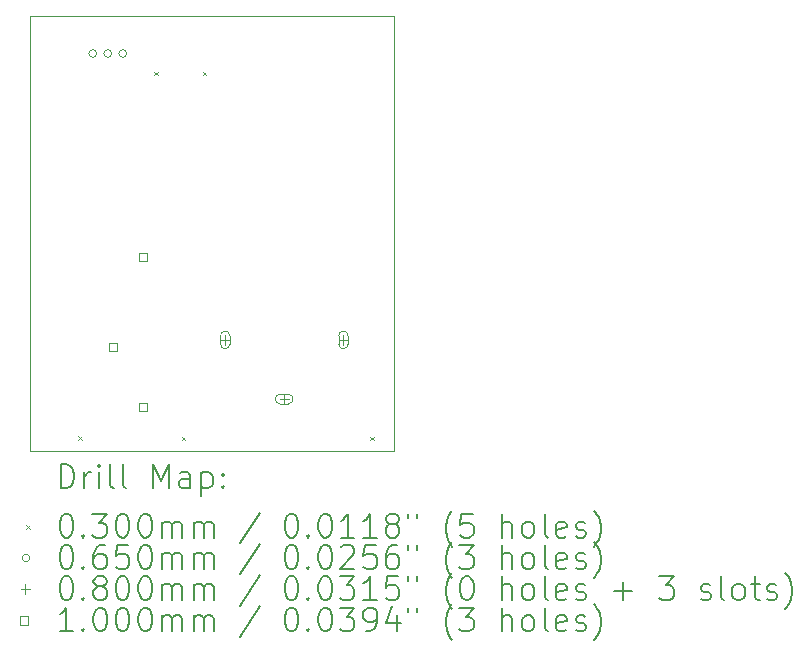
<source format=gbr>
%TF.GenerationSoftware,KiCad,Pcbnew,8.0.4-1.fc40*%
%TF.CreationDate,2024-08-27T20:57:50+02:00*%
%TF.ProjectId,ATU100 Alc interface,41545531-3030-4204-916c-6320696e7465,rev?*%
%TF.SameCoordinates,Original*%
%TF.FileFunction,Drillmap*%
%TF.FilePolarity,Positive*%
%FSLAX45Y45*%
G04 Gerber Fmt 4.5, Leading zero omitted, Abs format (unit mm)*
G04 Created by KiCad (PCBNEW 8.0.4-1.fc40) date 2024-08-27 20:57:50*
%MOMM*%
%LPD*%
G01*
G04 APERTURE LIST*
%ADD10C,0.050000*%
%ADD11C,0.200000*%
%ADD12C,0.100000*%
G04 APERTURE END LIST*
D10*
X8200000Y-9630000D02*
X11275000Y-9630000D01*
X11275000Y-13315000D01*
X8200000Y-13315000D01*
X8200000Y-9630000D01*
D11*
D12*
X8605000Y-13190000D02*
X8635000Y-13220000D01*
X8635000Y-13190000D02*
X8605000Y-13220000D01*
X9250000Y-10105000D02*
X9280000Y-10135000D01*
X9280000Y-10105000D02*
X9250000Y-10135000D01*
X9480000Y-13195000D02*
X9510000Y-13225000D01*
X9510000Y-13195000D02*
X9480000Y-13225000D01*
X9660000Y-10105000D02*
X9690000Y-10135000D01*
X9690000Y-10105000D02*
X9660000Y-10135000D01*
X11080000Y-13195000D02*
X11110000Y-13225000D01*
X11110000Y-13195000D02*
X11080000Y-13225000D01*
X8760500Y-9950000D02*
G75*
G02*
X8695500Y-9950000I-32500J0D01*
G01*
X8695500Y-9950000D02*
G75*
G02*
X8760500Y-9950000I32500J0D01*
G01*
X8887500Y-9950000D02*
G75*
G02*
X8822500Y-9950000I-32500J0D01*
G01*
X8822500Y-9950000D02*
G75*
G02*
X8887500Y-9950000I32500J0D01*
G01*
X9014500Y-9950000D02*
G75*
G02*
X8949500Y-9950000I-32500J0D01*
G01*
X8949500Y-9950000D02*
G75*
G02*
X9014500Y-9950000I32500J0D01*
G01*
X9850000Y-12335000D02*
X9850000Y-12415000D01*
X9810000Y-12375000D02*
X9890000Y-12375000D01*
X9810000Y-12340000D02*
X9810000Y-12410000D01*
X9890000Y-12410000D02*
G75*
G02*
X9810000Y-12410000I-40000J0D01*
G01*
X9890000Y-12410000D02*
X9890000Y-12340000D01*
X9890000Y-12340000D02*
G75*
G03*
X9810000Y-12340000I-40000J0D01*
G01*
X10350000Y-12835000D02*
X10350000Y-12915000D01*
X10310000Y-12875000D02*
X10390000Y-12875000D01*
X10315000Y-12915000D02*
X10385000Y-12915000D01*
X10385000Y-12835000D02*
G75*
G02*
X10385000Y-12915000I0J-40000D01*
G01*
X10385000Y-12835000D02*
X10315000Y-12835000D01*
X10315000Y-12835000D02*
G75*
G03*
X10315000Y-12915000I0J-40000D01*
G01*
X10850000Y-12335000D02*
X10850000Y-12415000D01*
X10810000Y-12375000D02*
X10890000Y-12375000D01*
X10810000Y-12340000D02*
X10810000Y-12410000D01*
X10890000Y-12410000D02*
G75*
G02*
X10810000Y-12410000I-40000J0D01*
G01*
X10890000Y-12410000D02*
X10890000Y-12340000D01*
X10890000Y-12340000D02*
G75*
G03*
X10810000Y-12340000I-40000J0D01*
G01*
X8936356Y-12472356D02*
X8936356Y-12401644D01*
X8865644Y-12401644D01*
X8865644Y-12472356D01*
X8936356Y-12472356D01*
X9190356Y-11710356D02*
X9190356Y-11639644D01*
X9119644Y-11639644D01*
X9119644Y-11710356D01*
X9190356Y-11710356D01*
X9190356Y-12980356D02*
X9190356Y-12909644D01*
X9119644Y-12909644D01*
X9119644Y-12980356D01*
X9190356Y-12980356D01*
D11*
X8458277Y-13628984D02*
X8458277Y-13428984D01*
X8458277Y-13428984D02*
X8505896Y-13428984D01*
X8505896Y-13428984D02*
X8534467Y-13438508D01*
X8534467Y-13438508D02*
X8553515Y-13457555D01*
X8553515Y-13457555D02*
X8563039Y-13476603D01*
X8563039Y-13476603D02*
X8572563Y-13514698D01*
X8572563Y-13514698D02*
X8572563Y-13543269D01*
X8572563Y-13543269D02*
X8563039Y-13581365D01*
X8563039Y-13581365D02*
X8553515Y-13600412D01*
X8553515Y-13600412D02*
X8534467Y-13619460D01*
X8534467Y-13619460D02*
X8505896Y-13628984D01*
X8505896Y-13628984D02*
X8458277Y-13628984D01*
X8658277Y-13628984D02*
X8658277Y-13495650D01*
X8658277Y-13533746D02*
X8667801Y-13514698D01*
X8667801Y-13514698D02*
X8677324Y-13505174D01*
X8677324Y-13505174D02*
X8696372Y-13495650D01*
X8696372Y-13495650D02*
X8715420Y-13495650D01*
X8782086Y-13628984D02*
X8782086Y-13495650D01*
X8782086Y-13428984D02*
X8772563Y-13438508D01*
X8772563Y-13438508D02*
X8782086Y-13448031D01*
X8782086Y-13448031D02*
X8791610Y-13438508D01*
X8791610Y-13438508D02*
X8782086Y-13428984D01*
X8782086Y-13428984D02*
X8782086Y-13448031D01*
X8905896Y-13628984D02*
X8886848Y-13619460D01*
X8886848Y-13619460D02*
X8877324Y-13600412D01*
X8877324Y-13600412D02*
X8877324Y-13428984D01*
X9010658Y-13628984D02*
X8991610Y-13619460D01*
X8991610Y-13619460D02*
X8982086Y-13600412D01*
X8982086Y-13600412D02*
X8982086Y-13428984D01*
X9239229Y-13628984D02*
X9239229Y-13428984D01*
X9239229Y-13428984D02*
X9305896Y-13571841D01*
X9305896Y-13571841D02*
X9372563Y-13428984D01*
X9372563Y-13428984D02*
X9372563Y-13628984D01*
X9553515Y-13628984D02*
X9553515Y-13524222D01*
X9553515Y-13524222D02*
X9543991Y-13505174D01*
X9543991Y-13505174D02*
X9524944Y-13495650D01*
X9524944Y-13495650D02*
X9486848Y-13495650D01*
X9486848Y-13495650D02*
X9467801Y-13505174D01*
X9553515Y-13619460D02*
X9534467Y-13628984D01*
X9534467Y-13628984D02*
X9486848Y-13628984D01*
X9486848Y-13628984D02*
X9467801Y-13619460D01*
X9467801Y-13619460D02*
X9458277Y-13600412D01*
X9458277Y-13600412D02*
X9458277Y-13581365D01*
X9458277Y-13581365D02*
X9467801Y-13562317D01*
X9467801Y-13562317D02*
X9486848Y-13552793D01*
X9486848Y-13552793D02*
X9534467Y-13552793D01*
X9534467Y-13552793D02*
X9553515Y-13543269D01*
X9648753Y-13495650D02*
X9648753Y-13695650D01*
X9648753Y-13505174D02*
X9667801Y-13495650D01*
X9667801Y-13495650D02*
X9705896Y-13495650D01*
X9705896Y-13495650D02*
X9724944Y-13505174D01*
X9724944Y-13505174D02*
X9734467Y-13514698D01*
X9734467Y-13514698D02*
X9743991Y-13533746D01*
X9743991Y-13533746D02*
X9743991Y-13590888D01*
X9743991Y-13590888D02*
X9734467Y-13609936D01*
X9734467Y-13609936D02*
X9724944Y-13619460D01*
X9724944Y-13619460D02*
X9705896Y-13628984D01*
X9705896Y-13628984D02*
X9667801Y-13628984D01*
X9667801Y-13628984D02*
X9648753Y-13619460D01*
X9829705Y-13609936D02*
X9839229Y-13619460D01*
X9839229Y-13619460D02*
X9829705Y-13628984D01*
X9829705Y-13628984D02*
X9820182Y-13619460D01*
X9820182Y-13619460D02*
X9829705Y-13609936D01*
X9829705Y-13609936D02*
X9829705Y-13628984D01*
X9829705Y-13505174D02*
X9839229Y-13514698D01*
X9839229Y-13514698D02*
X9829705Y-13524222D01*
X9829705Y-13524222D02*
X9820182Y-13514698D01*
X9820182Y-13514698D02*
X9829705Y-13505174D01*
X9829705Y-13505174D02*
X9829705Y-13524222D01*
D12*
X8167500Y-13942500D02*
X8197500Y-13972500D01*
X8197500Y-13942500D02*
X8167500Y-13972500D01*
D11*
X8496372Y-13848984D02*
X8515420Y-13848984D01*
X8515420Y-13848984D02*
X8534467Y-13858508D01*
X8534467Y-13858508D02*
X8543991Y-13868031D01*
X8543991Y-13868031D02*
X8553515Y-13887079D01*
X8553515Y-13887079D02*
X8563039Y-13925174D01*
X8563039Y-13925174D02*
X8563039Y-13972793D01*
X8563039Y-13972793D02*
X8553515Y-14010888D01*
X8553515Y-14010888D02*
X8543991Y-14029936D01*
X8543991Y-14029936D02*
X8534467Y-14039460D01*
X8534467Y-14039460D02*
X8515420Y-14048984D01*
X8515420Y-14048984D02*
X8496372Y-14048984D01*
X8496372Y-14048984D02*
X8477324Y-14039460D01*
X8477324Y-14039460D02*
X8467801Y-14029936D01*
X8467801Y-14029936D02*
X8458277Y-14010888D01*
X8458277Y-14010888D02*
X8448753Y-13972793D01*
X8448753Y-13972793D02*
X8448753Y-13925174D01*
X8448753Y-13925174D02*
X8458277Y-13887079D01*
X8458277Y-13887079D02*
X8467801Y-13868031D01*
X8467801Y-13868031D02*
X8477324Y-13858508D01*
X8477324Y-13858508D02*
X8496372Y-13848984D01*
X8648753Y-14029936D02*
X8658277Y-14039460D01*
X8658277Y-14039460D02*
X8648753Y-14048984D01*
X8648753Y-14048984D02*
X8639229Y-14039460D01*
X8639229Y-14039460D02*
X8648753Y-14029936D01*
X8648753Y-14029936D02*
X8648753Y-14048984D01*
X8724944Y-13848984D02*
X8848753Y-13848984D01*
X8848753Y-13848984D02*
X8782086Y-13925174D01*
X8782086Y-13925174D02*
X8810658Y-13925174D01*
X8810658Y-13925174D02*
X8829705Y-13934698D01*
X8829705Y-13934698D02*
X8839229Y-13944222D01*
X8839229Y-13944222D02*
X8848753Y-13963269D01*
X8848753Y-13963269D02*
X8848753Y-14010888D01*
X8848753Y-14010888D02*
X8839229Y-14029936D01*
X8839229Y-14029936D02*
X8829705Y-14039460D01*
X8829705Y-14039460D02*
X8810658Y-14048984D01*
X8810658Y-14048984D02*
X8753515Y-14048984D01*
X8753515Y-14048984D02*
X8734467Y-14039460D01*
X8734467Y-14039460D02*
X8724944Y-14029936D01*
X8972563Y-13848984D02*
X8991610Y-13848984D01*
X8991610Y-13848984D02*
X9010658Y-13858508D01*
X9010658Y-13858508D02*
X9020182Y-13868031D01*
X9020182Y-13868031D02*
X9029705Y-13887079D01*
X9029705Y-13887079D02*
X9039229Y-13925174D01*
X9039229Y-13925174D02*
X9039229Y-13972793D01*
X9039229Y-13972793D02*
X9029705Y-14010888D01*
X9029705Y-14010888D02*
X9020182Y-14029936D01*
X9020182Y-14029936D02*
X9010658Y-14039460D01*
X9010658Y-14039460D02*
X8991610Y-14048984D01*
X8991610Y-14048984D02*
X8972563Y-14048984D01*
X8972563Y-14048984D02*
X8953515Y-14039460D01*
X8953515Y-14039460D02*
X8943991Y-14029936D01*
X8943991Y-14029936D02*
X8934467Y-14010888D01*
X8934467Y-14010888D02*
X8924944Y-13972793D01*
X8924944Y-13972793D02*
X8924944Y-13925174D01*
X8924944Y-13925174D02*
X8934467Y-13887079D01*
X8934467Y-13887079D02*
X8943991Y-13868031D01*
X8943991Y-13868031D02*
X8953515Y-13858508D01*
X8953515Y-13858508D02*
X8972563Y-13848984D01*
X9163039Y-13848984D02*
X9182086Y-13848984D01*
X9182086Y-13848984D02*
X9201134Y-13858508D01*
X9201134Y-13858508D02*
X9210658Y-13868031D01*
X9210658Y-13868031D02*
X9220182Y-13887079D01*
X9220182Y-13887079D02*
X9229705Y-13925174D01*
X9229705Y-13925174D02*
X9229705Y-13972793D01*
X9229705Y-13972793D02*
X9220182Y-14010888D01*
X9220182Y-14010888D02*
X9210658Y-14029936D01*
X9210658Y-14029936D02*
X9201134Y-14039460D01*
X9201134Y-14039460D02*
X9182086Y-14048984D01*
X9182086Y-14048984D02*
X9163039Y-14048984D01*
X9163039Y-14048984D02*
X9143991Y-14039460D01*
X9143991Y-14039460D02*
X9134467Y-14029936D01*
X9134467Y-14029936D02*
X9124944Y-14010888D01*
X9124944Y-14010888D02*
X9115420Y-13972793D01*
X9115420Y-13972793D02*
X9115420Y-13925174D01*
X9115420Y-13925174D02*
X9124944Y-13887079D01*
X9124944Y-13887079D02*
X9134467Y-13868031D01*
X9134467Y-13868031D02*
X9143991Y-13858508D01*
X9143991Y-13858508D02*
X9163039Y-13848984D01*
X9315420Y-14048984D02*
X9315420Y-13915650D01*
X9315420Y-13934698D02*
X9324944Y-13925174D01*
X9324944Y-13925174D02*
X9343991Y-13915650D01*
X9343991Y-13915650D02*
X9372563Y-13915650D01*
X9372563Y-13915650D02*
X9391610Y-13925174D01*
X9391610Y-13925174D02*
X9401134Y-13944222D01*
X9401134Y-13944222D02*
X9401134Y-14048984D01*
X9401134Y-13944222D02*
X9410658Y-13925174D01*
X9410658Y-13925174D02*
X9429705Y-13915650D01*
X9429705Y-13915650D02*
X9458277Y-13915650D01*
X9458277Y-13915650D02*
X9477325Y-13925174D01*
X9477325Y-13925174D02*
X9486848Y-13944222D01*
X9486848Y-13944222D02*
X9486848Y-14048984D01*
X9582086Y-14048984D02*
X9582086Y-13915650D01*
X9582086Y-13934698D02*
X9591610Y-13925174D01*
X9591610Y-13925174D02*
X9610658Y-13915650D01*
X9610658Y-13915650D02*
X9639229Y-13915650D01*
X9639229Y-13915650D02*
X9658277Y-13925174D01*
X9658277Y-13925174D02*
X9667801Y-13944222D01*
X9667801Y-13944222D02*
X9667801Y-14048984D01*
X9667801Y-13944222D02*
X9677325Y-13925174D01*
X9677325Y-13925174D02*
X9696372Y-13915650D01*
X9696372Y-13915650D02*
X9724944Y-13915650D01*
X9724944Y-13915650D02*
X9743991Y-13925174D01*
X9743991Y-13925174D02*
X9753515Y-13944222D01*
X9753515Y-13944222D02*
X9753515Y-14048984D01*
X10143991Y-13839460D02*
X9972563Y-14096603D01*
X10401134Y-13848984D02*
X10420182Y-13848984D01*
X10420182Y-13848984D02*
X10439229Y-13858508D01*
X10439229Y-13858508D02*
X10448753Y-13868031D01*
X10448753Y-13868031D02*
X10458277Y-13887079D01*
X10458277Y-13887079D02*
X10467801Y-13925174D01*
X10467801Y-13925174D02*
X10467801Y-13972793D01*
X10467801Y-13972793D02*
X10458277Y-14010888D01*
X10458277Y-14010888D02*
X10448753Y-14029936D01*
X10448753Y-14029936D02*
X10439229Y-14039460D01*
X10439229Y-14039460D02*
X10420182Y-14048984D01*
X10420182Y-14048984D02*
X10401134Y-14048984D01*
X10401134Y-14048984D02*
X10382087Y-14039460D01*
X10382087Y-14039460D02*
X10372563Y-14029936D01*
X10372563Y-14029936D02*
X10363039Y-14010888D01*
X10363039Y-14010888D02*
X10353515Y-13972793D01*
X10353515Y-13972793D02*
X10353515Y-13925174D01*
X10353515Y-13925174D02*
X10363039Y-13887079D01*
X10363039Y-13887079D02*
X10372563Y-13868031D01*
X10372563Y-13868031D02*
X10382087Y-13858508D01*
X10382087Y-13858508D02*
X10401134Y-13848984D01*
X10553515Y-14029936D02*
X10563039Y-14039460D01*
X10563039Y-14039460D02*
X10553515Y-14048984D01*
X10553515Y-14048984D02*
X10543991Y-14039460D01*
X10543991Y-14039460D02*
X10553515Y-14029936D01*
X10553515Y-14029936D02*
X10553515Y-14048984D01*
X10686848Y-13848984D02*
X10705896Y-13848984D01*
X10705896Y-13848984D02*
X10724944Y-13858508D01*
X10724944Y-13858508D02*
X10734468Y-13868031D01*
X10734468Y-13868031D02*
X10743991Y-13887079D01*
X10743991Y-13887079D02*
X10753515Y-13925174D01*
X10753515Y-13925174D02*
X10753515Y-13972793D01*
X10753515Y-13972793D02*
X10743991Y-14010888D01*
X10743991Y-14010888D02*
X10734468Y-14029936D01*
X10734468Y-14029936D02*
X10724944Y-14039460D01*
X10724944Y-14039460D02*
X10705896Y-14048984D01*
X10705896Y-14048984D02*
X10686848Y-14048984D01*
X10686848Y-14048984D02*
X10667801Y-14039460D01*
X10667801Y-14039460D02*
X10658277Y-14029936D01*
X10658277Y-14029936D02*
X10648753Y-14010888D01*
X10648753Y-14010888D02*
X10639229Y-13972793D01*
X10639229Y-13972793D02*
X10639229Y-13925174D01*
X10639229Y-13925174D02*
X10648753Y-13887079D01*
X10648753Y-13887079D02*
X10658277Y-13868031D01*
X10658277Y-13868031D02*
X10667801Y-13858508D01*
X10667801Y-13858508D02*
X10686848Y-13848984D01*
X10943991Y-14048984D02*
X10829706Y-14048984D01*
X10886848Y-14048984D02*
X10886848Y-13848984D01*
X10886848Y-13848984D02*
X10867801Y-13877555D01*
X10867801Y-13877555D02*
X10848753Y-13896603D01*
X10848753Y-13896603D02*
X10829706Y-13906127D01*
X11134468Y-14048984D02*
X11020182Y-14048984D01*
X11077325Y-14048984D02*
X11077325Y-13848984D01*
X11077325Y-13848984D02*
X11058277Y-13877555D01*
X11058277Y-13877555D02*
X11039229Y-13896603D01*
X11039229Y-13896603D02*
X11020182Y-13906127D01*
X11248753Y-13934698D02*
X11229706Y-13925174D01*
X11229706Y-13925174D02*
X11220182Y-13915650D01*
X11220182Y-13915650D02*
X11210658Y-13896603D01*
X11210658Y-13896603D02*
X11210658Y-13887079D01*
X11210658Y-13887079D02*
X11220182Y-13868031D01*
X11220182Y-13868031D02*
X11229706Y-13858508D01*
X11229706Y-13858508D02*
X11248753Y-13848984D01*
X11248753Y-13848984D02*
X11286848Y-13848984D01*
X11286848Y-13848984D02*
X11305896Y-13858508D01*
X11305896Y-13858508D02*
X11315420Y-13868031D01*
X11315420Y-13868031D02*
X11324944Y-13887079D01*
X11324944Y-13887079D02*
X11324944Y-13896603D01*
X11324944Y-13896603D02*
X11315420Y-13915650D01*
X11315420Y-13915650D02*
X11305896Y-13925174D01*
X11305896Y-13925174D02*
X11286848Y-13934698D01*
X11286848Y-13934698D02*
X11248753Y-13934698D01*
X11248753Y-13934698D02*
X11229706Y-13944222D01*
X11229706Y-13944222D02*
X11220182Y-13953746D01*
X11220182Y-13953746D02*
X11210658Y-13972793D01*
X11210658Y-13972793D02*
X11210658Y-14010888D01*
X11210658Y-14010888D02*
X11220182Y-14029936D01*
X11220182Y-14029936D02*
X11229706Y-14039460D01*
X11229706Y-14039460D02*
X11248753Y-14048984D01*
X11248753Y-14048984D02*
X11286848Y-14048984D01*
X11286848Y-14048984D02*
X11305896Y-14039460D01*
X11305896Y-14039460D02*
X11315420Y-14029936D01*
X11315420Y-14029936D02*
X11324944Y-14010888D01*
X11324944Y-14010888D02*
X11324944Y-13972793D01*
X11324944Y-13972793D02*
X11315420Y-13953746D01*
X11315420Y-13953746D02*
X11305896Y-13944222D01*
X11305896Y-13944222D02*
X11286848Y-13934698D01*
X11401134Y-13848984D02*
X11401134Y-13887079D01*
X11477325Y-13848984D02*
X11477325Y-13887079D01*
X11772563Y-14125174D02*
X11763039Y-14115650D01*
X11763039Y-14115650D02*
X11743991Y-14087079D01*
X11743991Y-14087079D02*
X11734468Y-14068031D01*
X11734468Y-14068031D02*
X11724944Y-14039460D01*
X11724944Y-14039460D02*
X11715420Y-13991841D01*
X11715420Y-13991841D02*
X11715420Y-13953746D01*
X11715420Y-13953746D02*
X11724944Y-13906127D01*
X11724944Y-13906127D02*
X11734468Y-13877555D01*
X11734468Y-13877555D02*
X11743991Y-13858508D01*
X11743991Y-13858508D02*
X11763039Y-13829936D01*
X11763039Y-13829936D02*
X11772563Y-13820412D01*
X11943991Y-13848984D02*
X11848753Y-13848984D01*
X11848753Y-13848984D02*
X11839229Y-13944222D01*
X11839229Y-13944222D02*
X11848753Y-13934698D01*
X11848753Y-13934698D02*
X11867801Y-13925174D01*
X11867801Y-13925174D02*
X11915420Y-13925174D01*
X11915420Y-13925174D02*
X11934468Y-13934698D01*
X11934468Y-13934698D02*
X11943991Y-13944222D01*
X11943991Y-13944222D02*
X11953515Y-13963269D01*
X11953515Y-13963269D02*
X11953515Y-14010888D01*
X11953515Y-14010888D02*
X11943991Y-14029936D01*
X11943991Y-14029936D02*
X11934468Y-14039460D01*
X11934468Y-14039460D02*
X11915420Y-14048984D01*
X11915420Y-14048984D02*
X11867801Y-14048984D01*
X11867801Y-14048984D02*
X11848753Y-14039460D01*
X11848753Y-14039460D02*
X11839229Y-14029936D01*
X12191610Y-14048984D02*
X12191610Y-13848984D01*
X12277325Y-14048984D02*
X12277325Y-13944222D01*
X12277325Y-13944222D02*
X12267801Y-13925174D01*
X12267801Y-13925174D02*
X12248753Y-13915650D01*
X12248753Y-13915650D02*
X12220182Y-13915650D01*
X12220182Y-13915650D02*
X12201134Y-13925174D01*
X12201134Y-13925174D02*
X12191610Y-13934698D01*
X12401134Y-14048984D02*
X12382087Y-14039460D01*
X12382087Y-14039460D02*
X12372563Y-14029936D01*
X12372563Y-14029936D02*
X12363039Y-14010888D01*
X12363039Y-14010888D02*
X12363039Y-13953746D01*
X12363039Y-13953746D02*
X12372563Y-13934698D01*
X12372563Y-13934698D02*
X12382087Y-13925174D01*
X12382087Y-13925174D02*
X12401134Y-13915650D01*
X12401134Y-13915650D02*
X12429706Y-13915650D01*
X12429706Y-13915650D02*
X12448753Y-13925174D01*
X12448753Y-13925174D02*
X12458277Y-13934698D01*
X12458277Y-13934698D02*
X12467801Y-13953746D01*
X12467801Y-13953746D02*
X12467801Y-14010888D01*
X12467801Y-14010888D02*
X12458277Y-14029936D01*
X12458277Y-14029936D02*
X12448753Y-14039460D01*
X12448753Y-14039460D02*
X12429706Y-14048984D01*
X12429706Y-14048984D02*
X12401134Y-14048984D01*
X12582087Y-14048984D02*
X12563039Y-14039460D01*
X12563039Y-14039460D02*
X12553515Y-14020412D01*
X12553515Y-14020412D02*
X12553515Y-13848984D01*
X12734468Y-14039460D02*
X12715420Y-14048984D01*
X12715420Y-14048984D02*
X12677325Y-14048984D01*
X12677325Y-14048984D02*
X12658277Y-14039460D01*
X12658277Y-14039460D02*
X12648753Y-14020412D01*
X12648753Y-14020412D02*
X12648753Y-13944222D01*
X12648753Y-13944222D02*
X12658277Y-13925174D01*
X12658277Y-13925174D02*
X12677325Y-13915650D01*
X12677325Y-13915650D02*
X12715420Y-13915650D01*
X12715420Y-13915650D02*
X12734468Y-13925174D01*
X12734468Y-13925174D02*
X12743991Y-13944222D01*
X12743991Y-13944222D02*
X12743991Y-13963269D01*
X12743991Y-13963269D02*
X12648753Y-13982317D01*
X12820182Y-14039460D02*
X12839230Y-14048984D01*
X12839230Y-14048984D02*
X12877325Y-14048984D01*
X12877325Y-14048984D02*
X12896372Y-14039460D01*
X12896372Y-14039460D02*
X12905896Y-14020412D01*
X12905896Y-14020412D02*
X12905896Y-14010888D01*
X12905896Y-14010888D02*
X12896372Y-13991841D01*
X12896372Y-13991841D02*
X12877325Y-13982317D01*
X12877325Y-13982317D02*
X12848753Y-13982317D01*
X12848753Y-13982317D02*
X12829706Y-13972793D01*
X12829706Y-13972793D02*
X12820182Y-13953746D01*
X12820182Y-13953746D02*
X12820182Y-13944222D01*
X12820182Y-13944222D02*
X12829706Y-13925174D01*
X12829706Y-13925174D02*
X12848753Y-13915650D01*
X12848753Y-13915650D02*
X12877325Y-13915650D01*
X12877325Y-13915650D02*
X12896372Y-13925174D01*
X12972563Y-14125174D02*
X12982087Y-14115650D01*
X12982087Y-14115650D02*
X13001134Y-14087079D01*
X13001134Y-14087079D02*
X13010658Y-14068031D01*
X13010658Y-14068031D02*
X13020182Y-14039460D01*
X13020182Y-14039460D02*
X13029706Y-13991841D01*
X13029706Y-13991841D02*
X13029706Y-13953746D01*
X13029706Y-13953746D02*
X13020182Y-13906127D01*
X13020182Y-13906127D02*
X13010658Y-13877555D01*
X13010658Y-13877555D02*
X13001134Y-13858508D01*
X13001134Y-13858508D02*
X12982087Y-13829936D01*
X12982087Y-13829936D02*
X12972563Y-13820412D01*
D12*
X8197500Y-14221500D02*
G75*
G02*
X8132500Y-14221500I-32500J0D01*
G01*
X8132500Y-14221500D02*
G75*
G02*
X8197500Y-14221500I32500J0D01*
G01*
D11*
X8496372Y-14112984D02*
X8515420Y-14112984D01*
X8515420Y-14112984D02*
X8534467Y-14122508D01*
X8534467Y-14122508D02*
X8543991Y-14132031D01*
X8543991Y-14132031D02*
X8553515Y-14151079D01*
X8553515Y-14151079D02*
X8563039Y-14189174D01*
X8563039Y-14189174D02*
X8563039Y-14236793D01*
X8563039Y-14236793D02*
X8553515Y-14274888D01*
X8553515Y-14274888D02*
X8543991Y-14293936D01*
X8543991Y-14293936D02*
X8534467Y-14303460D01*
X8534467Y-14303460D02*
X8515420Y-14312984D01*
X8515420Y-14312984D02*
X8496372Y-14312984D01*
X8496372Y-14312984D02*
X8477324Y-14303460D01*
X8477324Y-14303460D02*
X8467801Y-14293936D01*
X8467801Y-14293936D02*
X8458277Y-14274888D01*
X8458277Y-14274888D02*
X8448753Y-14236793D01*
X8448753Y-14236793D02*
X8448753Y-14189174D01*
X8448753Y-14189174D02*
X8458277Y-14151079D01*
X8458277Y-14151079D02*
X8467801Y-14132031D01*
X8467801Y-14132031D02*
X8477324Y-14122508D01*
X8477324Y-14122508D02*
X8496372Y-14112984D01*
X8648753Y-14293936D02*
X8658277Y-14303460D01*
X8658277Y-14303460D02*
X8648753Y-14312984D01*
X8648753Y-14312984D02*
X8639229Y-14303460D01*
X8639229Y-14303460D02*
X8648753Y-14293936D01*
X8648753Y-14293936D02*
X8648753Y-14312984D01*
X8829705Y-14112984D02*
X8791610Y-14112984D01*
X8791610Y-14112984D02*
X8772563Y-14122508D01*
X8772563Y-14122508D02*
X8763039Y-14132031D01*
X8763039Y-14132031D02*
X8743991Y-14160603D01*
X8743991Y-14160603D02*
X8734467Y-14198698D01*
X8734467Y-14198698D02*
X8734467Y-14274888D01*
X8734467Y-14274888D02*
X8743991Y-14293936D01*
X8743991Y-14293936D02*
X8753515Y-14303460D01*
X8753515Y-14303460D02*
X8772563Y-14312984D01*
X8772563Y-14312984D02*
X8810658Y-14312984D01*
X8810658Y-14312984D02*
X8829705Y-14303460D01*
X8829705Y-14303460D02*
X8839229Y-14293936D01*
X8839229Y-14293936D02*
X8848753Y-14274888D01*
X8848753Y-14274888D02*
X8848753Y-14227269D01*
X8848753Y-14227269D02*
X8839229Y-14208222D01*
X8839229Y-14208222D02*
X8829705Y-14198698D01*
X8829705Y-14198698D02*
X8810658Y-14189174D01*
X8810658Y-14189174D02*
X8772563Y-14189174D01*
X8772563Y-14189174D02*
X8753515Y-14198698D01*
X8753515Y-14198698D02*
X8743991Y-14208222D01*
X8743991Y-14208222D02*
X8734467Y-14227269D01*
X9029705Y-14112984D02*
X8934467Y-14112984D01*
X8934467Y-14112984D02*
X8924944Y-14208222D01*
X8924944Y-14208222D02*
X8934467Y-14198698D01*
X8934467Y-14198698D02*
X8953515Y-14189174D01*
X8953515Y-14189174D02*
X9001134Y-14189174D01*
X9001134Y-14189174D02*
X9020182Y-14198698D01*
X9020182Y-14198698D02*
X9029705Y-14208222D01*
X9029705Y-14208222D02*
X9039229Y-14227269D01*
X9039229Y-14227269D02*
X9039229Y-14274888D01*
X9039229Y-14274888D02*
X9029705Y-14293936D01*
X9029705Y-14293936D02*
X9020182Y-14303460D01*
X9020182Y-14303460D02*
X9001134Y-14312984D01*
X9001134Y-14312984D02*
X8953515Y-14312984D01*
X8953515Y-14312984D02*
X8934467Y-14303460D01*
X8934467Y-14303460D02*
X8924944Y-14293936D01*
X9163039Y-14112984D02*
X9182086Y-14112984D01*
X9182086Y-14112984D02*
X9201134Y-14122508D01*
X9201134Y-14122508D02*
X9210658Y-14132031D01*
X9210658Y-14132031D02*
X9220182Y-14151079D01*
X9220182Y-14151079D02*
X9229705Y-14189174D01*
X9229705Y-14189174D02*
X9229705Y-14236793D01*
X9229705Y-14236793D02*
X9220182Y-14274888D01*
X9220182Y-14274888D02*
X9210658Y-14293936D01*
X9210658Y-14293936D02*
X9201134Y-14303460D01*
X9201134Y-14303460D02*
X9182086Y-14312984D01*
X9182086Y-14312984D02*
X9163039Y-14312984D01*
X9163039Y-14312984D02*
X9143991Y-14303460D01*
X9143991Y-14303460D02*
X9134467Y-14293936D01*
X9134467Y-14293936D02*
X9124944Y-14274888D01*
X9124944Y-14274888D02*
X9115420Y-14236793D01*
X9115420Y-14236793D02*
X9115420Y-14189174D01*
X9115420Y-14189174D02*
X9124944Y-14151079D01*
X9124944Y-14151079D02*
X9134467Y-14132031D01*
X9134467Y-14132031D02*
X9143991Y-14122508D01*
X9143991Y-14122508D02*
X9163039Y-14112984D01*
X9315420Y-14312984D02*
X9315420Y-14179650D01*
X9315420Y-14198698D02*
X9324944Y-14189174D01*
X9324944Y-14189174D02*
X9343991Y-14179650D01*
X9343991Y-14179650D02*
X9372563Y-14179650D01*
X9372563Y-14179650D02*
X9391610Y-14189174D01*
X9391610Y-14189174D02*
X9401134Y-14208222D01*
X9401134Y-14208222D02*
X9401134Y-14312984D01*
X9401134Y-14208222D02*
X9410658Y-14189174D01*
X9410658Y-14189174D02*
X9429705Y-14179650D01*
X9429705Y-14179650D02*
X9458277Y-14179650D01*
X9458277Y-14179650D02*
X9477325Y-14189174D01*
X9477325Y-14189174D02*
X9486848Y-14208222D01*
X9486848Y-14208222D02*
X9486848Y-14312984D01*
X9582086Y-14312984D02*
X9582086Y-14179650D01*
X9582086Y-14198698D02*
X9591610Y-14189174D01*
X9591610Y-14189174D02*
X9610658Y-14179650D01*
X9610658Y-14179650D02*
X9639229Y-14179650D01*
X9639229Y-14179650D02*
X9658277Y-14189174D01*
X9658277Y-14189174D02*
X9667801Y-14208222D01*
X9667801Y-14208222D02*
X9667801Y-14312984D01*
X9667801Y-14208222D02*
X9677325Y-14189174D01*
X9677325Y-14189174D02*
X9696372Y-14179650D01*
X9696372Y-14179650D02*
X9724944Y-14179650D01*
X9724944Y-14179650D02*
X9743991Y-14189174D01*
X9743991Y-14189174D02*
X9753515Y-14208222D01*
X9753515Y-14208222D02*
X9753515Y-14312984D01*
X10143991Y-14103460D02*
X9972563Y-14360603D01*
X10401134Y-14112984D02*
X10420182Y-14112984D01*
X10420182Y-14112984D02*
X10439229Y-14122508D01*
X10439229Y-14122508D02*
X10448753Y-14132031D01*
X10448753Y-14132031D02*
X10458277Y-14151079D01*
X10458277Y-14151079D02*
X10467801Y-14189174D01*
X10467801Y-14189174D02*
X10467801Y-14236793D01*
X10467801Y-14236793D02*
X10458277Y-14274888D01*
X10458277Y-14274888D02*
X10448753Y-14293936D01*
X10448753Y-14293936D02*
X10439229Y-14303460D01*
X10439229Y-14303460D02*
X10420182Y-14312984D01*
X10420182Y-14312984D02*
X10401134Y-14312984D01*
X10401134Y-14312984D02*
X10382087Y-14303460D01*
X10382087Y-14303460D02*
X10372563Y-14293936D01*
X10372563Y-14293936D02*
X10363039Y-14274888D01*
X10363039Y-14274888D02*
X10353515Y-14236793D01*
X10353515Y-14236793D02*
X10353515Y-14189174D01*
X10353515Y-14189174D02*
X10363039Y-14151079D01*
X10363039Y-14151079D02*
X10372563Y-14132031D01*
X10372563Y-14132031D02*
X10382087Y-14122508D01*
X10382087Y-14122508D02*
X10401134Y-14112984D01*
X10553515Y-14293936D02*
X10563039Y-14303460D01*
X10563039Y-14303460D02*
X10553515Y-14312984D01*
X10553515Y-14312984D02*
X10543991Y-14303460D01*
X10543991Y-14303460D02*
X10553515Y-14293936D01*
X10553515Y-14293936D02*
X10553515Y-14312984D01*
X10686848Y-14112984D02*
X10705896Y-14112984D01*
X10705896Y-14112984D02*
X10724944Y-14122508D01*
X10724944Y-14122508D02*
X10734468Y-14132031D01*
X10734468Y-14132031D02*
X10743991Y-14151079D01*
X10743991Y-14151079D02*
X10753515Y-14189174D01*
X10753515Y-14189174D02*
X10753515Y-14236793D01*
X10753515Y-14236793D02*
X10743991Y-14274888D01*
X10743991Y-14274888D02*
X10734468Y-14293936D01*
X10734468Y-14293936D02*
X10724944Y-14303460D01*
X10724944Y-14303460D02*
X10705896Y-14312984D01*
X10705896Y-14312984D02*
X10686848Y-14312984D01*
X10686848Y-14312984D02*
X10667801Y-14303460D01*
X10667801Y-14303460D02*
X10658277Y-14293936D01*
X10658277Y-14293936D02*
X10648753Y-14274888D01*
X10648753Y-14274888D02*
X10639229Y-14236793D01*
X10639229Y-14236793D02*
X10639229Y-14189174D01*
X10639229Y-14189174D02*
X10648753Y-14151079D01*
X10648753Y-14151079D02*
X10658277Y-14132031D01*
X10658277Y-14132031D02*
X10667801Y-14122508D01*
X10667801Y-14122508D02*
X10686848Y-14112984D01*
X10829706Y-14132031D02*
X10839229Y-14122508D01*
X10839229Y-14122508D02*
X10858277Y-14112984D01*
X10858277Y-14112984D02*
X10905896Y-14112984D01*
X10905896Y-14112984D02*
X10924944Y-14122508D01*
X10924944Y-14122508D02*
X10934468Y-14132031D01*
X10934468Y-14132031D02*
X10943991Y-14151079D01*
X10943991Y-14151079D02*
X10943991Y-14170127D01*
X10943991Y-14170127D02*
X10934468Y-14198698D01*
X10934468Y-14198698D02*
X10820182Y-14312984D01*
X10820182Y-14312984D02*
X10943991Y-14312984D01*
X11124944Y-14112984D02*
X11029706Y-14112984D01*
X11029706Y-14112984D02*
X11020182Y-14208222D01*
X11020182Y-14208222D02*
X11029706Y-14198698D01*
X11029706Y-14198698D02*
X11048753Y-14189174D01*
X11048753Y-14189174D02*
X11096372Y-14189174D01*
X11096372Y-14189174D02*
X11115420Y-14198698D01*
X11115420Y-14198698D02*
X11124944Y-14208222D01*
X11124944Y-14208222D02*
X11134468Y-14227269D01*
X11134468Y-14227269D02*
X11134468Y-14274888D01*
X11134468Y-14274888D02*
X11124944Y-14293936D01*
X11124944Y-14293936D02*
X11115420Y-14303460D01*
X11115420Y-14303460D02*
X11096372Y-14312984D01*
X11096372Y-14312984D02*
X11048753Y-14312984D01*
X11048753Y-14312984D02*
X11029706Y-14303460D01*
X11029706Y-14303460D02*
X11020182Y-14293936D01*
X11305896Y-14112984D02*
X11267801Y-14112984D01*
X11267801Y-14112984D02*
X11248753Y-14122508D01*
X11248753Y-14122508D02*
X11239229Y-14132031D01*
X11239229Y-14132031D02*
X11220182Y-14160603D01*
X11220182Y-14160603D02*
X11210658Y-14198698D01*
X11210658Y-14198698D02*
X11210658Y-14274888D01*
X11210658Y-14274888D02*
X11220182Y-14293936D01*
X11220182Y-14293936D02*
X11229706Y-14303460D01*
X11229706Y-14303460D02*
X11248753Y-14312984D01*
X11248753Y-14312984D02*
X11286848Y-14312984D01*
X11286848Y-14312984D02*
X11305896Y-14303460D01*
X11305896Y-14303460D02*
X11315420Y-14293936D01*
X11315420Y-14293936D02*
X11324944Y-14274888D01*
X11324944Y-14274888D02*
X11324944Y-14227269D01*
X11324944Y-14227269D02*
X11315420Y-14208222D01*
X11315420Y-14208222D02*
X11305896Y-14198698D01*
X11305896Y-14198698D02*
X11286848Y-14189174D01*
X11286848Y-14189174D02*
X11248753Y-14189174D01*
X11248753Y-14189174D02*
X11229706Y-14198698D01*
X11229706Y-14198698D02*
X11220182Y-14208222D01*
X11220182Y-14208222D02*
X11210658Y-14227269D01*
X11401134Y-14112984D02*
X11401134Y-14151079D01*
X11477325Y-14112984D02*
X11477325Y-14151079D01*
X11772563Y-14389174D02*
X11763039Y-14379650D01*
X11763039Y-14379650D02*
X11743991Y-14351079D01*
X11743991Y-14351079D02*
X11734468Y-14332031D01*
X11734468Y-14332031D02*
X11724944Y-14303460D01*
X11724944Y-14303460D02*
X11715420Y-14255841D01*
X11715420Y-14255841D02*
X11715420Y-14217746D01*
X11715420Y-14217746D02*
X11724944Y-14170127D01*
X11724944Y-14170127D02*
X11734468Y-14141555D01*
X11734468Y-14141555D02*
X11743991Y-14122508D01*
X11743991Y-14122508D02*
X11763039Y-14093936D01*
X11763039Y-14093936D02*
X11772563Y-14084412D01*
X11829706Y-14112984D02*
X11953515Y-14112984D01*
X11953515Y-14112984D02*
X11886848Y-14189174D01*
X11886848Y-14189174D02*
X11915420Y-14189174D01*
X11915420Y-14189174D02*
X11934468Y-14198698D01*
X11934468Y-14198698D02*
X11943991Y-14208222D01*
X11943991Y-14208222D02*
X11953515Y-14227269D01*
X11953515Y-14227269D02*
X11953515Y-14274888D01*
X11953515Y-14274888D02*
X11943991Y-14293936D01*
X11943991Y-14293936D02*
X11934468Y-14303460D01*
X11934468Y-14303460D02*
X11915420Y-14312984D01*
X11915420Y-14312984D02*
X11858277Y-14312984D01*
X11858277Y-14312984D02*
X11839229Y-14303460D01*
X11839229Y-14303460D02*
X11829706Y-14293936D01*
X12191610Y-14312984D02*
X12191610Y-14112984D01*
X12277325Y-14312984D02*
X12277325Y-14208222D01*
X12277325Y-14208222D02*
X12267801Y-14189174D01*
X12267801Y-14189174D02*
X12248753Y-14179650D01*
X12248753Y-14179650D02*
X12220182Y-14179650D01*
X12220182Y-14179650D02*
X12201134Y-14189174D01*
X12201134Y-14189174D02*
X12191610Y-14198698D01*
X12401134Y-14312984D02*
X12382087Y-14303460D01*
X12382087Y-14303460D02*
X12372563Y-14293936D01*
X12372563Y-14293936D02*
X12363039Y-14274888D01*
X12363039Y-14274888D02*
X12363039Y-14217746D01*
X12363039Y-14217746D02*
X12372563Y-14198698D01*
X12372563Y-14198698D02*
X12382087Y-14189174D01*
X12382087Y-14189174D02*
X12401134Y-14179650D01*
X12401134Y-14179650D02*
X12429706Y-14179650D01*
X12429706Y-14179650D02*
X12448753Y-14189174D01*
X12448753Y-14189174D02*
X12458277Y-14198698D01*
X12458277Y-14198698D02*
X12467801Y-14217746D01*
X12467801Y-14217746D02*
X12467801Y-14274888D01*
X12467801Y-14274888D02*
X12458277Y-14293936D01*
X12458277Y-14293936D02*
X12448753Y-14303460D01*
X12448753Y-14303460D02*
X12429706Y-14312984D01*
X12429706Y-14312984D02*
X12401134Y-14312984D01*
X12582087Y-14312984D02*
X12563039Y-14303460D01*
X12563039Y-14303460D02*
X12553515Y-14284412D01*
X12553515Y-14284412D02*
X12553515Y-14112984D01*
X12734468Y-14303460D02*
X12715420Y-14312984D01*
X12715420Y-14312984D02*
X12677325Y-14312984D01*
X12677325Y-14312984D02*
X12658277Y-14303460D01*
X12658277Y-14303460D02*
X12648753Y-14284412D01*
X12648753Y-14284412D02*
X12648753Y-14208222D01*
X12648753Y-14208222D02*
X12658277Y-14189174D01*
X12658277Y-14189174D02*
X12677325Y-14179650D01*
X12677325Y-14179650D02*
X12715420Y-14179650D01*
X12715420Y-14179650D02*
X12734468Y-14189174D01*
X12734468Y-14189174D02*
X12743991Y-14208222D01*
X12743991Y-14208222D02*
X12743991Y-14227269D01*
X12743991Y-14227269D02*
X12648753Y-14246317D01*
X12820182Y-14303460D02*
X12839230Y-14312984D01*
X12839230Y-14312984D02*
X12877325Y-14312984D01*
X12877325Y-14312984D02*
X12896372Y-14303460D01*
X12896372Y-14303460D02*
X12905896Y-14284412D01*
X12905896Y-14284412D02*
X12905896Y-14274888D01*
X12905896Y-14274888D02*
X12896372Y-14255841D01*
X12896372Y-14255841D02*
X12877325Y-14246317D01*
X12877325Y-14246317D02*
X12848753Y-14246317D01*
X12848753Y-14246317D02*
X12829706Y-14236793D01*
X12829706Y-14236793D02*
X12820182Y-14217746D01*
X12820182Y-14217746D02*
X12820182Y-14208222D01*
X12820182Y-14208222D02*
X12829706Y-14189174D01*
X12829706Y-14189174D02*
X12848753Y-14179650D01*
X12848753Y-14179650D02*
X12877325Y-14179650D01*
X12877325Y-14179650D02*
X12896372Y-14189174D01*
X12972563Y-14389174D02*
X12982087Y-14379650D01*
X12982087Y-14379650D02*
X13001134Y-14351079D01*
X13001134Y-14351079D02*
X13010658Y-14332031D01*
X13010658Y-14332031D02*
X13020182Y-14303460D01*
X13020182Y-14303460D02*
X13029706Y-14255841D01*
X13029706Y-14255841D02*
X13029706Y-14217746D01*
X13029706Y-14217746D02*
X13020182Y-14170127D01*
X13020182Y-14170127D02*
X13010658Y-14141555D01*
X13010658Y-14141555D02*
X13001134Y-14122508D01*
X13001134Y-14122508D02*
X12982087Y-14093936D01*
X12982087Y-14093936D02*
X12972563Y-14084412D01*
D12*
X8157500Y-14445500D02*
X8157500Y-14525500D01*
X8117500Y-14485500D02*
X8197500Y-14485500D01*
D11*
X8496372Y-14376984D02*
X8515420Y-14376984D01*
X8515420Y-14376984D02*
X8534467Y-14386508D01*
X8534467Y-14386508D02*
X8543991Y-14396031D01*
X8543991Y-14396031D02*
X8553515Y-14415079D01*
X8553515Y-14415079D02*
X8563039Y-14453174D01*
X8563039Y-14453174D02*
X8563039Y-14500793D01*
X8563039Y-14500793D02*
X8553515Y-14538888D01*
X8553515Y-14538888D02*
X8543991Y-14557936D01*
X8543991Y-14557936D02*
X8534467Y-14567460D01*
X8534467Y-14567460D02*
X8515420Y-14576984D01*
X8515420Y-14576984D02*
X8496372Y-14576984D01*
X8496372Y-14576984D02*
X8477324Y-14567460D01*
X8477324Y-14567460D02*
X8467801Y-14557936D01*
X8467801Y-14557936D02*
X8458277Y-14538888D01*
X8458277Y-14538888D02*
X8448753Y-14500793D01*
X8448753Y-14500793D02*
X8448753Y-14453174D01*
X8448753Y-14453174D02*
X8458277Y-14415079D01*
X8458277Y-14415079D02*
X8467801Y-14396031D01*
X8467801Y-14396031D02*
X8477324Y-14386508D01*
X8477324Y-14386508D02*
X8496372Y-14376984D01*
X8648753Y-14557936D02*
X8658277Y-14567460D01*
X8658277Y-14567460D02*
X8648753Y-14576984D01*
X8648753Y-14576984D02*
X8639229Y-14567460D01*
X8639229Y-14567460D02*
X8648753Y-14557936D01*
X8648753Y-14557936D02*
X8648753Y-14576984D01*
X8772563Y-14462698D02*
X8753515Y-14453174D01*
X8753515Y-14453174D02*
X8743991Y-14443650D01*
X8743991Y-14443650D02*
X8734467Y-14424603D01*
X8734467Y-14424603D02*
X8734467Y-14415079D01*
X8734467Y-14415079D02*
X8743991Y-14396031D01*
X8743991Y-14396031D02*
X8753515Y-14386508D01*
X8753515Y-14386508D02*
X8772563Y-14376984D01*
X8772563Y-14376984D02*
X8810658Y-14376984D01*
X8810658Y-14376984D02*
X8829705Y-14386508D01*
X8829705Y-14386508D02*
X8839229Y-14396031D01*
X8839229Y-14396031D02*
X8848753Y-14415079D01*
X8848753Y-14415079D02*
X8848753Y-14424603D01*
X8848753Y-14424603D02*
X8839229Y-14443650D01*
X8839229Y-14443650D02*
X8829705Y-14453174D01*
X8829705Y-14453174D02*
X8810658Y-14462698D01*
X8810658Y-14462698D02*
X8772563Y-14462698D01*
X8772563Y-14462698D02*
X8753515Y-14472222D01*
X8753515Y-14472222D02*
X8743991Y-14481746D01*
X8743991Y-14481746D02*
X8734467Y-14500793D01*
X8734467Y-14500793D02*
X8734467Y-14538888D01*
X8734467Y-14538888D02*
X8743991Y-14557936D01*
X8743991Y-14557936D02*
X8753515Y-14567460D01*
X8753515Y-14567460D02*
X8772563Y-14576984D01*
X8772563Y-14576984D02*
X8810658Y-14576984D01*
X8810658Y-14576984D02*
X8829705Y-14567460D01*
X8829705Y-14567460D02*
X8839229Y-14557936D01*
X8839229Y-14557936D02*
X8848753Y-14538888D01*
X8848753Y-14538888D02*
X8848753Y-14500793D01*
X8848753Y-14500793D02*
X8839229Y-14481746D01*
X8839229Y-14481746D02*
X8829705Y-14472222D01*
X8829705Y-14472222D02*
X8810658Y-14462698D01*
X8972563Y-14376984D02*
X8991610Y-14376984D01*
X8991610Y-14376984D02*
X9010658Y-14386508D01*
X9010658Y-14386508D02*
X9020182Y-14396031D01*
X9020182Y-14396031D02*
X9029705Y-14415079D01*
X9029705Y-14415079D02*
X9039229Y-14453174D01*
X9039229Y-14453174D02*
X9039229Y-14500793D01*
X9039229Y-14500793D02*
X9029705Y-14538888D01*
X9029705Y-14538888D02*
X9020182Y-14557936D01*
X9020182Y-14557936D02*
X9010658Y-14567460D01*
X9010658Y-14567460D02*
X8991610Y-14576984D01*
X8991610Y-14576984D02*
X8972563Y-14576984D01*
X8972563Y-14576984D02*
X8953515Y-14567460D01*
X8953515Y-14567460D02*
X8943991Y-14557936D01*
X8943991Y-14557936D02*
X8934467Y-14538888D01*
X8934467Y-14538888D02*
X8924944Y-14500793D01*
X8924944Y-14500793D02*
X8924944Y-14453174D01*
X8924944Y-14453174D02*
X8934467Y-14415079D01*
X8934467Y-14415079D02*
X8943991Y-14396031D01*
X8943991Y-14396031D02*
X8953515Y-14386508D01*
X8953515Y-14386508D02*
X8972563Y-14376984D01*
X9163039Y-14376984D02*
X9182086Y-14376984D01*
X9182086Y-14376984D02*
X9201134Y-14386508D01*
X9201134Y-14386508D02*
X9210658Y-14396031D01*
X9210658Y-14396031D02*
X9220182Y-14415079D01*
X9220182Y-14415079D02*
X9229705Y-14453174D01*
X9229705Y-14453174D02*
X9229705Y-14500793D01*
X9229705Y-14500793D02*
X9220182Y-14538888D01*
X9220182Y-14538888D02*
X9210658Y-14557936D01*
X9210658Y-14557936D02*
X9201134Y-14567460D01*
X9201134Y-14567460D02*
X9182086Y-14576984D01*
X9182086Y-14576984D02*
X9163039Y-14576984D01*
X9163039Y-14576984D02*
X9143991Y-14567460D01*
X9143991Y-14567460D02*
X9134467Y-14557936D01*
X9134467Y-14557936D02*
X9124944Y-14538888D01*
X9124944Y-14538888D02*
X9115420Y-14500793D01*
X9115420Y-14500793D02*
X9115420Y-14453174D01*
X9115420Y-14453174D02*
X9124944Y-14415079D01*
X9124944Y-14415079D02*
X9134467Y-14396031D01*
X9134467Y-14396031D02*
X9143991Y-14386508D01*
X9143991Y-14386508D02*
X9163039Y-14376984D01*
X9315420Y-14576984D02*
X9315420Y-14443650D01*
X9315420Y-14462698D02*
X9324944Y-14453174D01*
X9324944Y-14453174D02*
X9343991Y-14443650D01*
X9343991Y-14443650D02*
X9372563Y-14443650D01*
X9372563Y-14443650D02*
X9391610Y-14453174D01*
X9391610Y-14453174D02*
X9401134Y-14472222D01*
X9401134Y-14472222D02*
X9401134Y-14576984D01*
X9401134Y-14472222D02*
X9410658Y-14453174D01*
X9410658Y-14453174D02*
X9429705Y-14443650D01*
X9429705Y-14443650D02*
X9458277Y-14443650D01*
X9458277Y-14443650D02*
X9477325Y-14453174D01*
X9477325Y-14453174D02*
X9486848Y-14472222D01*
X9486848Y-14472222D02*
X9486848Y-14576984D01*
X9582086Y-14576984D02*
X9582086Y-14443650D01*
X9582086Y-14462698D02*
X9591610Y-14453174D01*
X9591610Y-14453174D02*
X9610658Y-14443650D01*
X9610658Y-14443650D02*
X9639229Y-14443650D01*
X9639229Y-14443650D02*
X9658277Y-14453174D01*
X9658277Y-14453174D02*
X9667801Y-14472222D01*
X9667801Y-14472222D02*
X9667801Y-14576984D01*
X9667801Y-14472222D02*
X9677325Y-14453174D01*
X9677325Y-14453174D02*
X9696372Y-14443650D01*
X9696372Y-14443650D02*
X9724944Y-14443650D01*
X9724944Y-14443650D02*
X9743991Y-14453174D01*
X9743991Y-14453174D02*
X9753515Y-14472222D01*
X9753515Y-14472222D02*
X9753515Y-14576984D01*
X10143991Y-14367460D02*
X9972563Y-14624603D01*
X10401134Y-14376984D02*
X10420182Y-14376984D01*
X10420182Y-14376984D02*
X10439229Y-14386508D01*
X10439229Y-14386508D02*
X10448753Y-14396031D01*
X10448753Y-14396031D02*
X10458277Y-14415079D01*
X10458277Y-14415079D02*
X10467801Y-14453174D01*
X10467801Y-14453174D02*
X10467801Y-14500793D01*
X10467801Y-14500793D02*
X10458277Y-14538888D01*
X10458277Y-14538888D02*
X10448753Y-14557936D01*
X10448753Y-14557936D02*
X10439229Y-14567460D01*
X10439229Y-14567460D02*
X10420182Y-14576984D01*
X10420182Y-14576984D02*
X10401134Y-14576984D01*
X10401134Y-14576984D02*
X10382087Y-14567460D01*
X10382087Y-14567460D02*
X10372563Y-14557936D01*
X10372563Y-14557936D02*
X10363039Y-14538888D01*
X10363039Y-14538888D02*
X10353515Y-14500793D01*
X10353515Y-14500793D02*
X10353515Y-14453174D01*
X10353515Y-14453174D02*
X10363039Y-14415079D01*
X10363039Y-14415079D02*
X10372563Y-14396031D01*
X10372563Y-14396031D02*
X10382087Y-14386508D01*
X10382087Y-14386508D02*
X10401134Y-14376984D01*
X10553515Y-14557936D02*
X10563039Y-14567460D01*
X10563039Y-14567460D02*
X10553515Y-14576984D01*
X10553515Y-14576984D02*
X10543991Y-14567460D01*
X10543991Y-14567460D02*
X10553515Y-14557936D01*
X10553515Y-14557936D02*
X10553515Y-14576984D01*
X10686848Y-14376984D02*
X10705896Y-14376984D01*
X10705896Y-14376984D02*
X10724944Y-14386508D01*
X10724944Y-14386508D02*
X10734468Y-14396031D01*
X10734468Y-14396031D02*
X10743991Y-14415079D01*
X10743991Y-14415079D02*
X10753515Y-14453174D01*
X10753515Y-14453174D02*
X10753515Y-14500793D01*
X10753515Y-14500793D02*
X10743991Y-14538888D01*
X10743991Y-14538888D02*
X10734468Y-14557936D01*
X10734468Y-14557936D02*
X10724944Y-14567460D01*
X10724944Y-14567460D02*
X10705896Y-14576984D01*
X10705896Y-14576984D02*
X10686848Y-14576984D01*
X10686848Y-14576984D02*
X10667801Y-14567460D01*
X10667801Y-14567460D02*
X10658277Y-14557936D01*
X10658277Y-14557936D02*
X10648753Y-14538888D01*
X10648753Y-14538888D02*
X10639229Y-14500793D01*
X10639229Y-14500793D02*
X10639229Y-14453174D01*
X10639229Y-14453174D02*
X10648753Y-14415079D01*
X10648753Y-14415079D02*
X10658277Y-14396031D01*
X10658277Y-14396031D02*
X10667801Y-14386508D01*
X10667801Y-14386508D02*
X10686848Y-14376984D01*
X10820182Y-14376984D02*
X10943991Y-14376984D01*
X10943991Y-14376984D02*
X10877325Y-14453174D01*
X10877325Y-14453174D02*
X10905896Y-14453174D01*
X10905896Y-14453174D02*
X10924944Y-14462698D01*
X10924944Y-14462698D02*
X10934468Y-14472222D01*
X10934468Y-14472222D02*
X10943991Y-14491269D01*
X10943991Y-14491269D02*
X10943991Y-14538888D01*
X10943991Y-14538888D02*
X10934468Y-14557936D01*
X10934468Y-14557936D02*
X10924944Y-14567460D01*
X10924944Y-14567460D02*
X10905896Y-14576984D01*
X10905896Y-14576984D02*
X10848753Y-14576984D01*
X10848753Y-14576984D02*
X10829706Y-14567460D01*
X10829706Y-14567460D02*
X10820182Y-14557936D01*
X11134468Y-14576984D02*
X11020182Y-14576984D01*
X11077325Y-14576984D02*
X11077325Y-14376984D01*
X11077325Y-14376984D02*
X11058277Y-14405555D01*
X11058277Y-14405555D02*
X11039229Y-14424603D01*
X11039229Y-14424603D02*
X11020182Y-14434127D01*
X11315420Y-14376984D02*
X11220182Y-14376984D01*
X11220182Y-14376984D02*
X11210658Y-14472222D01*
X11210658Y-14472222D02*
X11220182Y-14462698D01*
X11220182Y-14462698D02*
X11239229Y-14453174D01*
X11239229Y-14453174D02*
X11286848Y-14453174D01*
X11286848Y-14453174D02*
X11305896Y-14462698D01*
X11305896Y-14462698D02*
X11315420Y-14472222D01*
X11315420Y-14472222D02*
X11324944Y-14491269D01*
X11324944Y-14491269D02*
X11324944Y-14538888D01*
X11324944Y-14538888D02*
X11315420Y-14557936D01*
X11315420Y-14557936D02*
X11305896Y-14567460D01*
X11305896Y-14567460D02*
X11286848Y-14576984D01*
X11286848Y-14576984D02*
X11239229Y-14576984D01*
X11239229Y-14576984D02*
X11220182Y-14567460D01*
X11220182Y-14567460D02*
X11210658Y-14557936D01*
X11401134Y-14376984D02*
X11401134Y-14415079D01*
X11477325Y-14376984D02*
X11477325Y-14415079D01*
X11772563Y-14653174D02*
X11763039Y-14643650D01*
X11763039Y-14643650D02*
X11743991Y-14615079D01*
X11743991Y-14615079D02*
X11734468Y-14596031D01*
X11734468Y-14596031D02*
X11724944Y-14567460D01*
X11724944Y-14567460D02*
X11715420Y-14519841D01*
X11715420Y-14519841D02*
X11715420Y-14481746D01*
X11715420Y-14481746D02*
X11724944Y-14434127D01*
X11724944Y-14434127D02*
X11734468Y-14405555D01*
X11734468Y-14405555D02*
X11743991Y-14386508D01*
X11743991Y-14386508D02*
X11763039Y-14357936D01*
X11763039Y-14357936D02*
X11772563Y-14348412D01*
X11886848Y-14376984D02*
X11905896Y-14376984D01*
X11905896Y-14376984D02*
X11924944Y-14386508D01*
X11924944Y-14386508D02*
X11934468Y-14396031D01*
X11934468Y-14396031D02*
X11943991Y-14415079D01*
X11943991Y-14415079D02*
X11953515Y-14453174D01*
X11953515Y-14453174D02*
X11953515Y-14500793D01*
X11953515Y-14500793D02*
X11943991Y-14538888D01*
X11943991Y-14538888D02*
X11934468Y-14557936D01*
X11934468Y-14557936D02*
X11924944Y-14567460D01*
X11924944Y-14567460D02*
X11905896Y-14576984D01*
X11905896Y-14576984D02*
X11886848Y-14576984D01*
X11886848Y-14576984D02*
X11867801Y-14567460D01*
X11867801Y-14567460D02*
X11858277Y-14557936D01*
X11858277Y-14557936D02*
X11848753Y-14538888D01*
X11848753Y-14538888D02*
X11839229Y-14500793D01*
X11839229Y-14500793D02*
X11839229Y-14453174D01*
X11839229Y-14453174D02*
X11848753Y-14415079D01*
X11848753Y-14415079D02*
X11858277Y-14396031D01*
X11858277Y-14396031D02*
X11867801Y-14386508D01*
X11867801Y-14386508D02*
X11886848Y-14376984D01*
X12191610Y-14576984D02*
X12191610Y-14376984D01*
X12277325Y-14576984D02*
X12277325Y-14472222D01*
X12277325Y-14472222D02*
X12267801Y-14453174D01*
X12267801Y-14453174D02*
X12248753Y-14443650D01*
X12248753Y-14443650D02*
X12220182Y-14443650D01*
X12220182Y-14443650D02*
X12201134Y-14453174D01*
X12201134Y-14453174D02*
X12191610Y-14462698D01*
X12401134Y-14576984D02*
X12382087Y-14567460D01*
X12382087Y-14567460D02*
X12372563Y-14557936D01*
X12372563Y-14557936D02*
X12363039Y-14538888D01*
X12363039Y-14538888D02*
X12363039Y-14481746D01*
X12363039Y-14481746D02*
X12372563Y-14462698D01*
X12372563Y-14462698D02*
X12382087Y-14453174D01*
X12382087Y-14453174D02*
X12401134Y-14443650D01*
X12401134Y-14443650D02*
X12429706Y-14443650D01*
X12429706Y-14443650D02*
X12448753Y-14453174D01*
X12448753Y-14453174D02*
X12458277Y-14462698D01*
X12458277Y-14462698D02*
X12467801Y-14481746D01*
X12467801Y-14481746D02*
X12467801Y-14538888D01*
X12467801Y-14538888D02*
X12458277Y-14557936D01*
X12458277Y-14557936D02*
X12448753Y-14567460D01*
X12448753Y-14567460D02*
X12429706Y-14576984D01*
X12429706Y-14576984D02*
X12401134Y-14576984D01*
X12582087Y-14576984D02*
X12563039Y-14567460D01*
X12563039Y-14567460D02*
X12553515Y-14548412D01*
X12553515Y-14548412D02*
X12553515Y-14376984D01*
X12734468Y-14567460D02*
X12715420Y-14576984D01*
X12715420Y-14576984D02*
X12677325Y-14576984D01*
X12677325Y-14576984D02*
X12658277Y-14567460D01*
X12658277Y-14567460D02*
X12648753Y-14548412D01*
X12648753Y-14548412D02*
X12648753Y-14472222D01*
X12648753Y-14472222D02*
X12658277Y-14453174D01*
X12658277Y-14453174D02*
X12677325Y-14443650D01*
X12677325Y-14443650D02*
X12715420Y-14443650D01*
X12715420Y-14443650D02*
X12734468Y-14453174D01*
X12734468Y-14453174D02*
X12743991Y-14472222D01*
X12743991Y-14472222D02*
X12743991Y-14491269D01*
X12743991Y-14491269D02*
X12648753Y-14510317D01*
X12820182Y-14567460D02*
X12839230Y-14576984D01*
X12839230Y-14576984D02*
X12877325Y-14576984D01*
X12877325Y-14576984D02*
X12896372Y-14567460D01*
X12896372Y-14567460D02*
X12905896Y-14548412D01*
X12905896Y-14548412D02*
X12905896Y-14538888D01*
X12905896Y-14538888D02*
X12896372Y-14519841D01*
X12896372Y-14519841D02*
X12877325Y-14510317D01*
X12877325Y-14510317D02*
X12848753Y-14510317D01*
X12848753Y-14510317D02*
X12829706Y-14500793D01*
X12829706Y-14500793D02*
X12820182Y-14481746D01*
X12820182Y-14481746D02*
X12820182Y-14472222D01*
X12820182Y-14472222D02*
X12829706Y-14453174D01*
X12829706Y-14453174D02*
X12848753Y-14443650D01*
X12848753Y-14443650D02*
X12877325Y-14443650D01*
X12877325Y-14443650D02*
X12896372Y-14453174D01*
X13143992Y-14500793D02*
X13296373Y-14500793D01*
X13220182Y-14576984D02*
X13220182Y-14424603D01*
X13524944Y-14376984D02*
X13648753Y-14376984D01*
X13648753Y-14376984D02*
X13582087Y-14453174D01*
X13582087Y-14453174D02*
X13610658Y-14453174D01*
X13610658Y-14453174D02*
X13629706Y-14462698D01*
X13629706Y-14462698D02*
X13639230Y-14472222D01*
X13639230Y-14472222D02*
X13648753Y-14491269D01*
X13648753Y-14491269D02*
X13648753Y-14538888D01*
X13648753Y-14538888D02*
X13639230Y-14557936D01*
X13639230Y-14557936D02*
X13629706Y-14567460D01*
X13629706Y-14567460D02*
X13610658Y-14576984D01*
X13610658Y-14576984D02*
X13553515Y-14576984D01*
X13553515Y-14576984D02*
X13534468Y-14567460D01*
X13534468Y-14567460D02*
X13524944Y-14557936D01*
X13877325Y-14567460D02*
X13896373Y-14576984D01*
X13896373Y-14576984D02*
X13934468Y-14576984D01*
X13934468Y-14576984D02*
X13953515Y-14567460D01*
X13953515Y-14567460D02*
X13963039Y-14548412D01*
X13963039Y-14548412D02*
X13963039Y-14538888D01*
X13963039Y-14538888D02*
X13953515Y-14519841D01*
X13953515Y-14519841D02*
X13934468Y-14510317D01*
X13934468Y-14510317D02*
X13905896Y-14510317D01*
X13905896Y-14510317D02*
X13886849Y-14500793D01*
X13886849Y-14500793D02*
X13877325Y-14481746D01*
X13877325Y-14481746D02*
X13877325Y-14472222D01*
X13877325Y-14472222D02*
X13886849Y-14453174D01*
X13886849Y-14453174D02*
X13905896Y-14443650D01*
X13905896Y-14443650D02*
X13934468Y-14443650D01*
X13934468Y-14443650D02*
X13953515Y-14453174D01*
X14077325Y-14576984D02*
X14058277Y-14567460D01*
X14058277Y-14567460D02*
X14048754Y-14548412D01*
X14048754Y-14548412D02*
X14048754Y-14376984D01*
X14182087Y-14576984D02*
X14163039Y-14567460D01*
X14163039Y-14567460D02*
X14153515Y-14557936D01*
X14153515Y-14557936D02*
X14143992Y-14538888D01*
X14143992Y-14538888D02*
X14143992Y-14481746D01*
X14143992Y-14481746D02*
X14153515Y-14462698D01*
X14153515Y-14462698D02*
X14163039Y-14453174D01*
X14163039Y-14453174D02*
X14182087Y-14443650D01*
X14182087Y-14443650D02*
X14210658Y-14443650D01*
X14210658Y-14443650D02*
X14229706Y-14453174D01*
X14229706Y-14453174D02*
X14239230Y-14462698D01*
X14239230Y-14462698D02*
X14248754Y-14481746D01*
X14248754Y-14481746D02*
X14248754Y-14538888D01*
X14248754Y-14538888D02*
X14239230Y-14557936D01*
X14239230Y-14557936D02*
X14229706Y-14567460D01*
X14229706Y-14567460D02*
X14210658Y-14576984D01*
X14210658Y-14576984D02*
X14182087Y-14576984D01*
X14305896Y-14443650D02*
X14382087Y-14443650D01*
X14334468Y-14376984D02*
X14334468Y-14548412D01*
X14334468Y-14548412D02*
X14343992Y-14567460D01*
X14343992Y-14567460D02*
X14363039Y-14576984D01*
X14363039Y-14576984D02*
X14382087Y-14576984D01*
X14439230Y-14567460D02*
X14458277Y-14576984D01*
X14458277Y-14576984D02*
X14496373Y-14576984D01*
X14496373Y-14576984D02*
X14515420Y-14567460D01*
X14515420Y-14567460D02*
X14524944Y-14548412D01*
X14524944Y-14548412D02*
X14524944Y-14538888D01*
X14524944Y-14538888D02*
X14515420Y-14519841D01*
X14515420Y-14519841D02*
X14496373Y-14510317D01*
X14496373Y-14510317D02*
X14467801Y-14510317D01*
X14467801Y-14510317D02*
X14448754Y-14500793D01*
X14448754Y-14500793D02*
X14439230Y-14481746D01*
X14439230Y-14481746D02*
X14439230Y-14472222D01*
X14439230Y-14472222D02*
X14448754Y-14453174D01*
X14448754Y-14453174D02*
X14467801Y-14443650D01*
X14467801Y-14443650D02*
X14496373Y-14443650D01*
X14496373Y-14443650D02*
X14515420Y-14453174D01*
X14591611Y-14653174D02*
X14601135Y-14643650D01*
X14601135Y-14643650D02*
X14620182Y-14615079D01*
X14620182Y-14615079D02*
X14629706Y-14596031D01*
X14629706Y-14596031D02*
X14639230Y-14567460D01*
X14639230Y-14567460D02*
X14648754Y-14519841D01*
X14648754Y-14519841D02*
X14648754Y-14481746D01*
X14648754Y-14481746D02*
X14639230Y-14434127D01*
X14639230Y-14434127D02*
X14629706Y-14405555D01*
X14629706Y-14405555D02*
X14620182Y-14386508D01*
X14620182Y-14386508D02*
X14601135Y-14357936D01*
X14601135Y-14357936D02*
X14591611Y-14348412D01*
D12*
X8182856Y-14784856D02*
X8182856Y-14714144D01*
X8112144Y-14714144D01*
X8112144Y-14784856D01*
X8182856Y-14784856D01*
D11*
X8563039Y-14840984D02*
X8448753Y-14840984D01*
X8505896Y-14840984D02*
X8505896Y-14640984D01*
X8505896Y-14640984D02*
X8486848Y-14669555D01*
X8486848Y-14669555D02*
X8467801Y-14688603D01*
X8467801Y-14688603D02*
X8448753Y-14698127D01*
X8648753Y-14821936D02*
X8658277Y-14831460D01*
X8658277Y-14831460D02*
X8648753Y-14840984D01*
X8648753Y-14840984D02*
X8639229Y-14831460D01*
X8639229Y-14831460D02*
X8648753Y-14821936D01*
X8648753Y-14821936D02*
X8648753Y-14840984D01*
X8782086Y-14640984D02*
X8801134Y-14640984D01*
X8801134Y-14640984D02*
X8820182Y-14650508D01*
X8820182Y-14650508D02*
X8829705Y-14660031D01*
X8829705Y-14660031D02*
X8839229Y-14679079D01*
X8839229Y-14679079D02*
X8848753Y-14717174D01*
X8848753Y-14717174D02*
X8848753Y-14764793D01*
X8848753Y-14764793D02*
X8839229Y-14802888D01*
X8839229Y-14802888D02*
X8829705Y-14821936D01*
X8829705Y-14821936D02*
X8820182Y-14831460D01*
X8820182Y-14831460D02*
X8801134Y-14840984D01*
X8801134Y-14840984D02*
X8782086Y-14840984D01*
X8782086Y-14840984D02*
X8763039Y-14831460D01*
X8763039Y-14831460D02*
X8753515Y-14821936D01*
X8753515Y-14821936D02*
X8743991Y-14802888D01*
X8743991Y-14802888D02*
X8734467Y-14764793D01*
X8734467Y-14764793D02*
X8734467Y-14717174D01*
X8734467Y-14717174D02*
X8743991Y-14679079D01*
X8743991Y-14679079D02*
X8753515Y-14660031D01*
X8753515Y-14660031D02*
X8763039Y-14650508D01*
X8763039Y-14650508D02*
X8782086Y-14640984D01*
X8972563Y-14640984D02*
X8991610Y-14640984D01*
X8991610Y-14640984D02*
X9010658Y-14650508D01*
X9010658Y-14650508D02*
X9020182Y-14660031D01*
X9020182Y-14660031D02*
X9029705Y-14679079D01*
X9029705Y-14679079D02*
X9039229Y-14717174D01*
X9039229Y-14717174D02*
X9039229Y-14764793D01*
X9039229Y-14764793D02*
X9029705Y-14802888D01*
X9029705Y-14802888D02*
X9020182Y-14821936D01*
X9020182Y-14821936D02*
X9010658Y-14831460D01*
X9010658Y-14831460D02*
X8991610Y-14840984D01*
X8991610Y-14840984D02*
X8972563Y-14840984D01*
X8972563Y-14840984D02*
X8953515Y-14831460D01*
X8953515Y-14831460D02*
X8943991Y-14821936D01*
X8943991Y-14821936D02*
X8934467Y-14802888D01*
X8934467Y-14802888D02*
X8924944Y-14764793D01*
X8924944Y-14764793D02*
X8924944Y-14717174D01*
X8924944Y-14717174D02*
X8934467Y-14679079D01*
X8934467Y-14679079D02*
X8943991Y-14660031D01*
X8943991Y-14660031D02*
X8953515Y-14650508D01*
X8953515Y-14650508D02*
X8972563Y-14640984D01*
X9163039Y-14640984D02*
X9182086Y-14640984D01*
X9182086Y-14640984D02*
X9201134Y-14650508D01*
X9201134Y-14650508D02*
X9210658Y-14660031D01*
X9210658Y-14660031D02*
X9220182Y-14679079D01*
X9220182Y-14679079D02*
X9229705Y-14717174D01*
X9229705Y-14717174D02*
X9229705Y-14764793D01*
X9229705Y-14764793D02*
X9220182Y-14802888D01*
X9220182Y-14802888D02*
X9210658Y-14821936D01*
X9210658Y-14821936D02*
X9201134Y-14831460D01*
X9201134Y-14831460D02*
X9182086Y-14840984D01*
X9182086Y-14840984D02*
X9163039Y-14840984D01*
X9163039Y-14840984D02*
X9143991Y-14831460D01*
X9143991Y-14831460D02*
X9134467Y-14821936D01*
X9134467Y-14821936D02*
X9124944Y-14802888D01*
X9124944Y-14802888D02*
X9115420Y-14764793D01*
X9115420Y-14764793D02*
X9115420Y-14717174D01*
X9115420Y-14717174D02*
X9124944Y-14679079D01*
X9124944Y-14679079D02*
X9134467Y-14660031D01*
X9134467Y-14660031D02*
X9143991Y-14650508D01*
X9143991Y-14650508D02*
X9163039Y-14640984D01*
X9315420Y-14840984D02*
X9315420Y-14707650D01*
X9315420Y-14726698D02*
X9324944Y-14717174D01*
X9324944Y-14717174D02*
X9343991Y-14707650D01*
X9343991Y-14707650D02*
X9372563Y-14707650D01*
X9372563Y-14707650D02*
X9391610Y-14717174D01*
X9391610Y-14717174D02*
X9401134Y-14736222D01*
X9401134Y-14736222D02*
X9401134Y-14840984D01*
X9401134Y-14736222D02*
X9410658Y-14717174D01*
X9410658Y-14717174D02*
X9429705Y-14707650D01*
X9429705Y-14707650D02*
X9458277Y-14707650D01*
X9458277Y-14707650D02*
X9477325Y-14717174D01*
X9477325Y-14717174D02*
X9486848Y-14736222D01*
X9486848Y-14736222D02*
X9486848Y-14840984D01*
X9582086Y-14840984D02*
X9582086Y-14707650D01*
X9582086Y-14726698D02*
X9591610Y-14717174D01*
X9591610Y-14717174D02*
X9610658Y-14707650D01*
X9610658Y-14707650D02*
X9639229Y-14707650D01*
X9639229Y-14707650D02*
X9658277Y-14717174D01*
X9658277Y-14717174D02*
X9667801Y-14736222D01*
X9667801Y-14736222D02*
X9667801Y-14840984D01*
X9667801Y-14736222D02*
X9677325Y-14717174D01*
X9677325Y-14717174D02*
X9696372Y-14707650D01*
X9696372Y-14707650D02*
X9724944Y-14707650D01*
X9724944Y-14707650D02*
X9743991Y-14717174D01*
X9743991Y-14717174D02*
X9753515Y-14736222D01*
X9753515Y-14736222D02*
X9753515Y-14840984D01*
X10143991Y-14631460D02*
X9972563Y-14888603D01*
X10401134Y-14640984D02*
X10420182Y-14640984D01*
X10420182Y-14640984D02*
X10439229Y-14650508D01*
X10439229Y-14650508D02*
X10448753Y-14660031D01*
X10448753Y-14660031D02*
X10458277Y-14679079D01*
X10458277Y-14679079D02*
X10467801Y-14717174D01*
X10467801Y-14717174D02*
X10467801Y-14764793D01*
X10467801Y-14764793D02*
X10458277Y-14802888D01*
X10458277Y-14802888D02*
X10448753Y-14821936D01*
X10448753Y-14821936D02*
X10439229Y-14831460D01*
X10439229Y-14831460D02*
X10420182Y-14840984D01*
X10420182Y-14840984D02*
X10401134Y-14840984D01*
X10401134Y-14840984D02*
X10382087Y-14831460D01*
X10382087Y-14831460D02*
X10372563Y-14821936D01*
X10372563Y-14821936D02*
X10363039Y-14802888D01*
X10363039Y-14802888D02*
X10353515Y-14764793D01*
X10353515Y-14764793D02*
X10353515Y-14717174D01*
X10353515Y-14717174D02*
X10363039Y-14679079D01*
X10363039Y-14679079D02*
X10372563Y-14660031D01*
X10372563Y-14660031D02*
X10382087Y-14650508D01*
X10382087Y-14650508D02*
X10401134Y-14640984D01*
X10553515Y-14821936D02*
X10563039Y-14831460D01*
X10563039Y-14831460D02*
X10553515Y-14840984D01*
X10553515Y-14840984D02*
X10543991Y-14831460D01*
X10543991Y-14831460D02*
X10553515Y-14821936D01*
X10553515Y-14821936D02*
X10553515Y-14840984D01*
X10686848Y-14640984D02*
X10705896Y-14640984D01*
X10705896Y-14640984D02*
X10724944Y-14650508D01*
X10724944Y-14650508D02*
X10734468Y-14660031D01*
X10734468Y-14660031D02*
X10743991Y-14679079D01*
X10743991Y-14679079D02*
X10753515Y-14717174D01*
X10753515Y-14717174D02*
X10753515Y-14764793D01*
X10753515Y-14764793D02*
X10743991Y-14802888D01*
X10743991Y-14802888D02*
X10734468Y-14821936D01*
X10734468Y-14821936D02*
X10724944Y-14831460D01*
X10724944Y-14831460D02*
X10705896Y-14840984D01*
X10705896Y-14840984D02*
X10686848Y-14840984D01*
X10686848Y-14840984D02*
X10667801Y-14831460D01*
X10667801Y-14831460D02*
X10658277Y-14821936D01*
X10658277Y-14821936D02*
X10648753Y-14802888D01*
X10648753Y-14802888D02*
X10639229Y-14764793D01*
X10639229Y-14764793D02*
X10639229Y-14717174D01*
X10639229Y-14717174D02*
X10648753Y-14679079D01*
X10648753Y-14679079D02*
X10658277Y-14660031D01*
X10658277Y-14660031D02*
X10667801Y-14650508D01*
X10667801Y-14650508D02*
X10686848Y-14640984D01*
X10820182Y-14640984D02*
X10943991Y-14640984D01*
X10943991Y-14640984D02*
X10877325Y-14717174D01*
X10877325Y-14717174D02*
X10905896Y-14717174D01*
X10905896Y-14717174D02*
X10924944Y-14726698D01*
X10924944Y-14726698D02*
X10934468Y-14736222D01*
X10934468Y-14736222D02*
X10943991Y-14755269D01*
X10943991Y-14755269D02*
X10943991Y-14802888D01*
X10943991Y-14802888D02*
X10934468Y-14821936D01*
X10934468Y-14821936D02*
X10924944Y-14831460D01*
X10924944Y-14831460D02*
X10905896Y-14840984D01*
X10905896Y-14840984D02*
X10848753Y-14840984D01*
X10848753Y-14840984D02*
X10829706Y-14831460D01*
X10829706Y-14831460D02*
X10820182Y-14821936D01*
X11039229Y-14840984D02*
X11077325Y-14840984D01*
X11077325Y-14840984D02*
X11096372Y-14831460D01*
X11096372Y-14831460D02*
X11105896Y-14821936D01*
X11105896Y-14821936D02*
X11124944Y-14793365D01*
X11124944Y-14793365D02*
X11134468Y-14755269D01*
X11134468Y-14755269D02*
X11134468Y-14679079D01*
X11134468Y-14679079D02*
X11124944Y-14660031D01*
X11124944Y-14660031D02*
X11115420Y-14650508D01*
X11115420Y-14650508D02*
X11096372Y-14640984D01*
X11096372Y-14640984D02*
X11058277Y-14640984D01*
X11058277Y-14640984D02*
X11039229Y-14650508D01*
X11039229Y-14650508D02*
X11029706Y-14660031D01*
X11029706Y-14660031D02*
X11020182Y-14679079D01*
X11020182Y-14679079D02*
X11020182Y-14726698D01*
X11020182Y-14726698D02*
X11029706Y-14745746D01*
X11029706Y-14745746D02*
X11039229Y-14755269D01*
X11039229Y-14755269D02*
X11058277Y-14764793D01*
X11058277Y-14764793D02*
X11096372Y-14764793D01*
X11096372Y-14764793D02*
X11115420Y-14755269D01*
X11115420Y-14755269D02*
X11124944Y-14745746D01*
X11124944Y-14745746D02*
X11134468Y-14726698D01*
X11305896Y-14707650D02*
X11305896Y-14840984D01*
X11258277Y-14631460D02*
X11210658Y-14774317D01*
X11210658Y-14774317D02*
X11334467Y-14774317D01*
X11401134Y-14640984D02*
X11401134Y-14679079D01*
X11477325Y-14640984D02*
X11477325Y-14679079D01*
X11772563Y-14917174D02*
X11763039Y-14907650D01*
X11763039Y-14907650D02*
X11743991Y-14879079D01*
X11743991Y-14879079D02*
X11734468Y-14860031D01*
X11734468Y-14860031D02*
X11724944Y-14831460D01*
X11724944Y-14831460D02*
X11715420Y-14783841D01*
X11715420Y-14783841D02*
X11715420Y-14745746D01*
X11715420Y-14745746D02*
X11724944Y-14698127D01*
X11724944Y-14698127D02*
X11734468Y-14669555D01*
X11734468Y-14669555D02*
X11743991Y-14650508D01*
X11743991Y-14650508D02*
X11763039Y-14621936D01*
X11763039Y-14621936D02*
X11772563Y-14612412D01*
X11829706Y-14640984D02*
X11953515Y-14640984D01*
X11953515Y-14640984D02*
X11886848Y-14717174D01*
X11886848Y-14717174D02*
X11915420Y-14717174D01*
X11915420Y-14717174D02*
X11934468Y-14726698D01*
X11934468Y-14726698D02*
X11943991Y-14736222D01*
X11943991Y-14736222D02*
X11953515Y-14755269D01*
X11953515Y-14755269D02*
X11953515Y-14802888D01*
X11953515Y-14802888D02*
X11943991Y-14821936D01*
X11943991Y-14821936D02*
X11934468Y-14831460D01*
X11934468Y-14831460D02*
X11915420Y-14840984D01*
X11915420Y-14840984D02*
X11858277Y-14840984D01*
X11858277Y-14840984D02*
X11839229Y-14831460D01*
X11839229Y-14831460D02*
X11829706Y-14821936D01*
X12191610Y-14840984D02*
X12191610Y-14640984D01*
X12277325Y-14840984D02*
X12277325Y-14736222D01*
X12277325Y-14736222D02*
X12267801Y-14717174D01*
X12267801Y-14717174D02*
X12248753Y-14707650D01*
X12248753Y-14707650D02*
X12220182Y-14707650D01*
X12220182Y-14707650D02*
X12201134Y-14717174D01*
X12201134Y-14717174D02*
X12191610Y-14726698D01*
X12401134Y-14840984D02*
X12382087Y-14831460D01*
X12382087Y-14831460D02*
X12372563Y-14821936D01*
X12372563Y-14821936D02*
X12363039Y-14802888D01*
X12363039Y-14802888D02*
X12363039Y-14745746D01*
X12363039Y-14745746D02*
X12372563Y-14726698D01*
X12372563Y-14726698D02*
X12382087Y-14717174D01*
X12382087Y-14717174D02*
X12401134Y-14707650D01*
X12401134Y-14707650D02*
X12429706Y-14707650D01*
X12429706Y-14707650D02*
X12448753Y-14717174D01*
X12448753Y-14717174D02*
X12458277Y-14726698D01*
X12458277Y-14726698D02*
X12467801Y-14745746D01*
X12467801Y-14745746D02*
X12467801Y-14802888D01*
X12467801Y-14802888D02*
X12458277Y-14821936D01*
X12458277Y-14821936D02*
X12448753Y-14831460D01*
X12448753Y-14831460D02*
X12429706Y-14840984D01*
X12429706Y-14840984D02*
X12401134Y-14840984D01*
X12582087Y-14840984D02*
X12563039Y-14831460D01*
X12563039Y-14831460D02*
X12553515Y-14812412D01*
X12553515Y-14812412D02*
X12553515Y-14640984D01*
X12734468Y-14831460D02*
X12715420Y-14840984D01*
X12715420Y-14840984D02*
X12677325Y-14840984D01*
X12677325Y-14840984D02*
X12658277Y-14831460D01*
X12658277Y-14831460D02*
X12648753Y-14812412D01*
X12648753Y-14812412D02*
X12648753Y-14736222D01*
X12648753Y-14736222D02*
X12658277Y-14717174D01*
X12658277Y-14717174D02*
X12677325Y-14707650D01*
X12677325Y-14707650D02*
X12715420Y-14707650D01*
X12715420Y-14707650D02*
X12734468Y-14717174D01*
X12734468Y-14717174D02*
X12743991Y-14736222D01*
X12743991Y-14736222D02*
X12743991Y-14755269D01*
X12743991Y-14755269D02*
X12648753Y-14774317D01*
X12820182Y-14831460D02*
X12839230Y-14840984D01*
X12839230Y-14840984D02*
X12877325Y-14840984D01*
X12877325Y-14840984D02*
X12896372Y-14831460D01*
X12896372Y-14831460D02*
X12905896Y-14812412D01*
X12905896Y-14812412D02*
X12905896Y-14802888D01*
X12905896Y-14802888D02*
X12896372Y-14783841D01*
X12896372Y-14783841D02*
X12877325Y-14774317D01*
X12877325Y-14774317D02*
X12848753Y-14774317D01*
X12848753Y-14774317D02*
X12829706Y-14764793D01*
X12829706Y-14764793D02*
X12820182Y-14745746D01*
X12820182Y-14745746D02*
X12820182Y-14736222D01*
X12820182Y-14736222D02*
X12829706Y-14717174D01*
X12829706Y-14717174D02*
X12848753Y-14707650D01*
X12848753Y-14707650D02*
X12877325Y-14707650D01*
X12877325Y-14707650D02*
X12896372Y-14717174D01*
X12972563Y-14917174D02*
X12982087Y-14907650D01*
X12982087Y-14907650D02*
X13001134Y-14879079D01*
X13001134Y-14879079D02*
X13010658Y-14860031D01*
X13010658Y-14860031D02*
X13020182Y-14831460D01*
X13020182Y-14831460D02*
X13029706Y-14783841D01*
X13029706Y-14783841D02*
X13029706Y-14745746D01*
X13029706Y-14745746D02*
X13020182Y-14698127D01*
X13020182Y-14698127D02*
X13010658Y-14669555D01*
X13010658Y-14669555D02*
X13001134Y-14650508D01*
X13001134Y-14650508D02*
X12982087Y-14621936D01*
X12982087Y-14621936D02*
X12972563Y-14612412D01*
M02*

</source>
